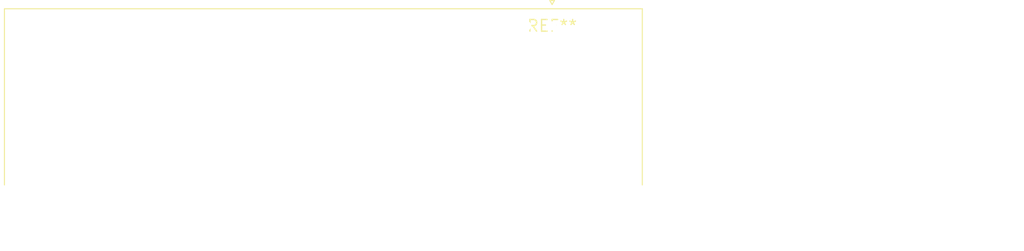
<source format=kicad_pcb>
(kicad_pcb (version 20240108) (generator pcbnew)
  (layers (0 "F.Cu" signal) (31 "B.Cu" signal) (34 "B.Paste" user) (35 "F.Paste" user) (36 "B.SilkS" user "B.Silkscreen") (37 "F.SilkS" user "F.Silkscreen") (38 "B.Mask" user) (39 "F.Mask" user) (44 "Edge.Cuts" user))
  (net 0 "")
  (footprint "DSUB-37_Female_Horizontal_P2.77x2.84mm_EdgePinOffset14.56mm_Housed_MountingHolesOffset15.98mm" (layer "F.Cu") (at 0 0)
    (property "Reference" "REF**")
    (property "Value" "DSUB-37_Female_Horizontal_P2.77x2.84mm_EdgePinOffset14.56mm_Housed_MountingHolesOffset15.98mm")
    (fp_line (start -59.69 -1.86) (end 9.83 -1.86) (layer "F.SilkS") (stroke (width 0.12)))
    (fp_line (start -59.69 17.34) (end -59.69 -1.86) (layer "F.SilkS") (stroke (width 0.12)))
    (fp_line (start -0.25 -2.754338) (end 0.25 -2.754338) (layer "F.SilkS") (stroke (width 0.12)))
    (fp_line (start 0 -2.321325) (end -0.25 -2.754338) (layer "F.SilkS") (stroke (width 0.12)))
    (fp_line (start 0.25 -2.754338) (end 0 -2.321325) (layer "F.SilkS") (stroke (width 0.12)))
    (fp_line (start 9.83 -1.86) (end 9.83 17.34) (layer "F.SilkS") (stroke (width 0.12)))
    (pad "0" thru_hole circle (at -56.68 1.42) (size 4 4) (drill 3.2) (layers *.Cu *.Mask) (remove_unused_layers))
    (pad "0" thru_hole circle (at 6.82 1.42) (size 4 4) (drill 3.2) (layers *.Cu *.Mask) (remove_unused_layers))
    (pad "1" thru_hole rect (at 0 0) (size 1.6 1.6) (drill 1) (layers *.Cu *.Mask) (remove_unused_layers))
    (pad "2" thru_hole circle (at -2.77 0) (size 1.6 1.6) (drill 1) (layers *.Cu *.Mask) (remove_unused_layers))
    (pad "3" thru_hole circle (at -5.54 0) (size 1.6 1.6) (drill 1) (layers *.Cu *.Mask) (remove_unused_layers))
    (pad "4" thru_hole circle (at -8.31 0) (size 1.6 1.6) (drill 1) (layers *.Cu *.Mask) (remove_unused_layers))
    (pad "5" thru_hole circle (at -11.08 0) (size 1.6 1.6) (drill 1) (layers *.Cu *.Mask) (remove_unused_layers))
    (pad "6" thru_hole circle (at -13.85 0) (size 1.6 1.6) (drill 1) (layers *.Cu *.Mask) (remove_unused_layers))
    (pad "7" thru_hole circle (at -16.62 0) (size 1.6 1.6) (drill 1) (layers *.Cu *.Mask) (remove_unused_layers))
    (pad "8" thru_hole circle (at -19.39 0) (size 1.6 1.6) (drill 1) (layers *.Cu *.Mask) (remove_unused_layers))
    (pad "9" thru_hole circle (at -22.16 0) (size 1.6 1.6) (drill 1) (layers *.Cu *.Mask) (remove_unused_layers))
    (pad "10" thru_hole circle (at -24.93 0) (size 1.6 1.6) (drill 1) (layers *.Cu *.Mask) (remove_unused_layers))
    (pad "11" thru_hole circle (at -27.7 0) (size 1.6 1.6) (drill 1) (layers *.Cu *.Mask) (remove_unused_layers))
    (pad "12" thru_hole circle (at -30.47 0) (size 1.6 1.6) (drill 1) (layers *.Cu *.Mask) (remove_unused_layers))
    (pad "13" thru_hole circle (at -33.24 0) (size 1.6 1.6) (drill 1) (layers *.Cu *.Mask) (remove_unused_layers))
    (pad "14" thru_hole circle (at -36.01 0) (size 1.6 1.6) (drill 1) (layers *.Cu *.Mask) (remove_unused_layers))
    (pad "15" thru_hole circle (at -38.78 0) (size 1.6 1.6) (drill 1) (layers *.Cu *.Mask) (remove_unused_layers))
    (pad "16" thru_hole circle (at -41.55 0) (size 1.6 1.6) (drill 1) (layers *.Cu *.Mask) (remove_unused_layers))
    (pad "17" thru_hole circle (at -44.32 0) (size 1.6 1.6) (drill 1) (layers *.Cu *.Mask) (remove_unused_layers))
    (pad "18" thru_hole circle (at -47.09 0) (size 1.6 1.6) (drill 1) (layers *.Cu *.Mask) (remove_unused_layers))
    (pad "19" thru_hole circle (at -49.86 0) (size 1.6 1.6) (drill 1) (layers *.Cu *.Mask) (remove_unused_layers))
    (pad "20" thru_hole circle (at -1.385 2.84) (size 1.6 1.6) (drill 1) (layers *.Cu *.Mask) (remove_unused_layers))
    (pad "21" thru_hole circle (at -4.155 2.84) (size 1.6 1.6) (drill 1) (layers *.Cu *.Mask) (remove_unused_layers))
    (pad "22" thru_hole circle (at -6.925 2.84) (size 1.6 1.6) (drill 1) (layers *.Cu *.Mask) (remove_unused_layers))
    (pad "23" thru_hole circle (at -9.695 2.84) (size 1.6 1.6) (drill 1) (layers *.Cu *.Mask) (remove_unused_layers))
    (pad "24" thru_hole circle (at -12.465 2.84) (size 1.6 1.6) (drill 1) (layers *.Cu *.Mask) (remove_unused_layers))
    (pad "25" thru_hole circle (at -15.235 2.84) (size 1.6 1.6) (drill 1) (layers *.Cu *.Mask) (remove_unused_layers))
    (pad "26" thru_hole circle (at -18.005 2.84) (size 1.6 1.6) (drill 1) (layers *.Cu *.Mask) (remove_unused_layers))
    (pad "27" thru_hole circle (at -20.775 2.84) (size 1.6 1.6) (drill 1) (layers *.Cu *.Mask) (remove_unused_layers))
    (pad "28" thru_hole circle (at -23.545 2.84) (size 1.6 1.6) (drill 1) (layers *.Cu *.Mask) (remove_unused_layers))
    (pad "29" thru_hole circle (at -26.315 2.84) (size 1.6 1.6) (drill 1) (layers *.Cu *.Mask) (remove_unused_layers))
    (pad "30" thru_hole circle (at -29.085 2.84) (size 1.6 1.6) (drill 1) (layers *.Cu *.Mask) (remove_unused_layers))
    (pad "31" thru_hole circle (at -31.855 2.84) (size 1.6 1.6) (drill 1) (layers *.Cu *.Mask) (remove_unused_layers))
    (pad "32" thru_hole circle (at -34.625 2.84) (size 1.6 1.6) (drill 1) (layers *.Cu *.Mask) (remove_unused_layers))
    (pad "33" thru_hole circle (at -37.395 2.84) (size 1.6 1.6) (drill 1) (layers *.Cu *.Mask) (remove_unused_layers))
    (pad "34" thru_hole circle (at -40.165 2.84) (size 1.6 1.6) (drill 1) (layers *.Cu *.Mask) (remove_unused_layers))
    (pad "35" thru_hole circle (at -42.935 2.84) (size 1.6 1.6) (drill 1) (layers *.Cu *.Mask) (remove_unused_layers))
    (pad "36" thru_hole circle (at -45.705 2.84) (size 1.6 1.6) (drill 1) (layers *.Cu *.Mask) (remove_unused_layers))
    (pad "37" thru_hole circle (at -48.475 2.84) (size 1.6 1.6) (drill 1) (layers *.Cu *.Mask) (remove_unused_layers))
  )
)
</source>
